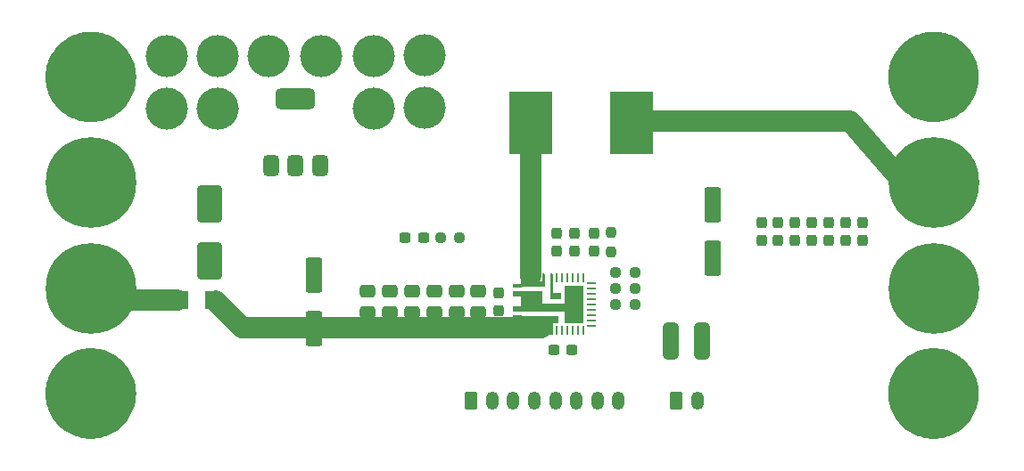
<source format=gbr>
%TF.GenerationSoftware,KiCad,Pcbnew,9.0.4*%
%TF.CreationDate,2025-09-17T13:52:31+02:00*%
%TF.ProjectId,switching_psu,73776974-6368-4696-9e67-5f7073752e6b,rev?*%
%TF.SameCoordinates,Original*%
%TF.FileFunction,Soldermask,Top*%
%TF.FilePolarity,Negative*%
%FSLAX46Y46*%
G04 Gerber Fmt 4.6, Leading zero omitted, Abs format (unit mm)*
G04 Created by KiCad (PCBNEW 9.0.4) date 2025-09-17 13:52:31*
%MOMM*%
%LPD*%
G01*
G04 APERTURE LIST*
G04 Aperture macros list*
%AMRoundRect*
0 Rectangle with rounded corners*
0 $1 Rounding radius*
0 $2 $3 $4 $5 $6 $7 $8 $9 X,Y pos of 4 corners*
0 Add a 4 corners polygon primitive as box body*
4,1,4,$2,$3,$4,$5,$6,$7,$8,$9,$2,$3,0*
0 Add four circle primitives for the rounded corners*
1,1,$1+$1,$2,$3*
1,1,$1+$1,$4,$5*
1,1,$1+$1,$6,$7*
1,1,$1+$1,$8,$9*
0 Add four rect primitives between the rounded corners*
20,1,$1+$1,$2,$3,$4,$5,0*
20,1,$1+$1,$4,$5,$6,$7,0*
20,1,$1+$1,$6,$7,$8,$9,0*
20,1,$1+$1,$8,$9,$2,$3,0*%
%AMFreePoly0*
4,1,23,0.000000,0.745722,0.065263,0.745722,0.191342,0.711940,0.304381,0.646677,0.396677,0.554381,0.461940,0.441342,0.495722,0.315263,0.495722,0.250000,0.500000,0.250000,0.500000,-0.250000,0.495722,-0.250000,0.495722,-0.315263,0.461940,-0.441342,0.396677,-0.554381,0.304381,-0.646677,0.191342,-0.711940,0.065263,-0.745722,0.000000,-0.745722,0.000000,-0.750000,-0.550000,-0.750000,
-0.550000,0.750000,0.000000,0.750000,0.000000,0.745722,0.000000,0.745722,$1*%
%AMFreePoly1*
4,1,23,0.550000,-0.750000,0.000000,-0.750000,0.000000,-0.745722,-0.065263,-0.745722,-0.191342,-0.711940,-0.304381,-0.646677,-0.396677,-0.554381,-0.461940,-0.441342,-0.495722,-0.315263,-0.495722,-0.250000,-0.500000,-0.250000,-0.500000,0.250000,-0.495722,0.250000,-0.495722,0.315263,-0.461940,0.441342,-0.396677,0.554381,-0.304381,0.646677,-0.191342,0.711940,-0.065263,0.745722,0.000000,0.745722,
0.000000,0.750000,0.550000,0.750000,0.550000,-0.750000,0.550000,-0.750000,$1*%
G04 Aperture macros list end*
%ADD10C,2.000000*%
%ADD11C,0.000000*%
%ADD12C,4.300000*%
%ADD13RoundRect,0.237500X0.250000X0.237500X-0.250000X0.237500X-0.250000X-0.237500X0.250000X-0.237500X0*%
%ADD14RoundRect,0.237500X-0.300000X-0.237500X0.300000X-0.237500X0.300000X0.237500X-0.300000X0.237500X0*%
%ADD15RoundRect,0.237500X-0.237500X0.300000X-0.237500X-0.300000X0.237500X-0.300000X0.237500X0.300000X0*%
%ADD16RoundRect,0.250000X-0.550000X1.412500X-0.550000X-1.412500X0.550000X-1.412500X0.550000X1.412500X0*%
%ADD17FreePoly0,270.000000*%
%ADD18R,1.500000X1.000000*%
%ADD19FreePoly1,270.000000*%
%ADD20RoundRect,0.250001X-0.462499X-0.624999X0.462499X-0.624999X0.462499X0.624999X-0.462499X0.624999X0*%
%ADD21RoundRect,0.250000X0.475000X-0.337500X0.475000X0.337500X-0.475000X0.337500X-0.475000X-0.337500X0*%
%ADD22R,0.508000X0.812800*%
%ADD23R,0.254000X0.812800*%
%ADD24R,0.812800X0.254000*%
%ADD25R,0.812800X0.304800*%
%ADD26R,0.812800X0.508000*%
%ADD27C,0.900000*%
%ADD28C,8.600000*%
%ADD29RoundRect,0.237500X0.237500X-0.300000X0.237500X0.300000X-0.237500X0.300000X-0.237500X-0.300000X0*%
%ADD30RoundRect,0.250000X0.550000X-1.412500X0.550000X1.412500X-0.550000X1.412500X-0.550000X-1.412500X0*%
%ADD31R,4.100000X6.000000*%
%ADD32RoundRect,0.375000X0.375000X-0.625000X0.375000X0.625000X-0.375000X0.625000X-0.375000X-0.625000X0*%
%ADD33RoundRect,0.500000X1.400000X-0.500000X1.400000X0.500000X-1.400000X0.500000X-1.400000X-0.500000X0*%
%ADD34RoundRect,0.250000X-0.350000X-0.625000X0.350000X-0.625000X0.350000X0.625000X-0.350000X0.625000X0*%
%ADD35O,1.200000X1.750000*%
%ADD36RoundRect,0.237500X0.237500X-0.250000X0.237500X0.250000X-0.237500X0.250000X-0.237500X-0.250000X0*%
%ADD37RoundRect,0.250000X0.900000X-1.500000X0.900000X1.500000X-0.900000X1.500000X-0.900000X-1.500000X0*%
%ADD38C,4.000000*%
%ADD39C,0.600000*%
G04 APERTURE END LIST*
D10*
X148000000Y-103616040D02*
X119616040Y-103616040D01*
X147000000Y-86500000D02*
X147000000Y-98760400D01*
X119600000Y-103600000D02*
X117100000Y-101100000D01*
X113500000Y-101000000D02*
X107800000Y-101000000D01*
X156500000Y-84000000D02*
X177350000Y-84000000D01*
X177350000Y-84000000D02*
X181650000Y-89000000D01*
%TO.C,JP1*%
G36*
X161035000Y-104151000D02*
G01*
X159535000Y-104151000D01*
X159535000Y-105651000D01*
X161035000Y-105651000D01*
X161035000Y-104151000D01*
G37*
%TO.C,JP2*%
G36*
X163992500Y-104150000D02*
G01*
X162492500Y-104150000D01*
X162492500Y-105650000D01*
X163992500Y-105650000D01*
X163992500Y-104150000D01*
G37*
D11*
%TO.C,U1*%
G36*
X149102154Y-100314040D02*
G01*
X149914954Y-100314040D01*
X149914954Y-100923640D01*
X148848154Y-100923640D01*
X148848154Y-98520800D01*
X149102154Y-98520800D01*
X149102154Y-100314040D01*
G37*
G36*
X152002834Y-103181700D02*
G01*
X150224834Y-103181700D01*
X150224834Y-102153000D01*
X145342954Y-102153000D01*
X145342954Y-101645000D01*
X146099874Y-101645000D01*
X146099874Y-100682340D01*
X145342954Y-100682340D01*
X145342954Y-100174340D01*
X148144574Y-100174340D01*
X148144574Y-101322420D01*
X150224834Y-101322420D01*
X150224834Y-99676500D01*
X152002834Y-99676500D01*
X152002834Y-103181700D01*
G37*
G36*
X149625394Y-103179160D02*
G01*
X149109774Y-103179160D01*
X149109774Y-104337400D01*
X148601774Y-104337400D01*
X148601774Y-103616040D01*
X147857554Y-103616040D01*
X147857554Y-104337400D01*
X147349554Y-104337400D01*
X147349554Y-103616040D01*
X146607874Y-103616040D01*
X146607874Y-104337400D01*
X146099874Y-104337400D01*
X146099874Y-102810860D01*
X145342954Y-102810860D01*
X145342954Y-102506060D01*
X149625394Y-102506060D01*
X149625394Y-103179160D01*
G37*
G36*
X146356414Y-99226920D02*
G01*
X146602794Y-99226920D01*
X146602794Y-98520800D01*
X146856794Y-98520800D01*
X146856794Y-99226920D01*
X147103174Y-99226920D01*
X147103174Y-98520800D01*
X147357174Y-98520800D01*
X147357174Y-99226920D01*
X147603554Y-99226920D01*
X147603554Y-98520800D01*
X147857554Y-98520800D01*
X147857554Y-99226920D01*
X148101394Y-99226920D01*
X148101394Y-98520800D01*
X148355394Y-98520800D01*
X148355394Y-99780640D01*
X145342954Y-99780640D01*
X145342954Y-99475840D01*
X146102414Y-99475840D01*
X146102414Y-98520800D01*
X146356414Y-98520800D01*
X146356414Y-99226920D01*
G37*
%TD*%
D12*
%TO.C,H8*%
X185249354Y-109899000D03*
%TD*%
%TO.C,H5*%
X105249354Y-79799000D03*
%TD*%
D13*
%TO.C,R1*%
X138450000Y-95100000D03*
X140275000Y-95100000D03*
%TD*%
D14*
%TO.C,C10*%
X136825000Y-95100000D03*
X135100000Y-95100000D03*
%TD*%
D15*
%TO.C,C12*%
X175300000Y-95362500D03*
X175300000Y-93637500D03*
%TD*%
%TO.C,C18*%
X176900000Y-95362500D03*
X176900000Y-93637500D03*
%TD*%
%TO.C,C16*%
X168900000Y-95362500D03*
X168900000Y-93637500D03*
%TD*%
%TO.C,C14*%
X172100000Y-95362500D03*
X172100000Y-93637500D03*
%TD*%
%TO.C,C17*%
X178500000Y-95362500D03*
X178500000Y-93637500D03*
%TD*%
D16*
%TO.C,C11*%
X164249354Y-91962500D03*
X164249354Y-97037500D03*
%TD*%
D15*
%TO.C,C13*%
X173700000Y-95362500D03*
X173700000Y-93637500D03*
%TD*%
%TO.C,C15*%
X170500000Y-95362500D03*
X170500000Y-93637500D03*
%TD*%
D17*
%TO.C,JP1*%
X160285000Y-106201000D03*
D18*
X160285000Y-104901000D03*
D19*
X160285000Y-103601000D03*
%TD*%
D17*
%TO.C,JP2*%
X163242500Y-106200000D03*
D18*
X163242500Y-104900000D03*
D19*
X163242500Y-103600000D03*
%TD*%
D20*
%TO.C,F1*%
X116787500Y-101000000D03*
X113812500Y-101000000D03*
%TD*%
D21*
%TO.C,C4*%
X133649354Y-102236500D03*
X133649354Y-100161500D03*
%TD*%
D22*
%TO.C,U1*%
X146353874Y-103931000D03*
X147603554Y-103931000D03*
X148855774Y-103931000D03*
D23*
X149475534Y-103931000D03*
X149973374Y-103931000D03*
X150473754Y-103931000D03*
X150974134Y-103931000D03*
X151474514Y-103931000D03*
X151974894Y-103931000D03*
D24*
X152759754Y-103428080D03*
X152759754Y-102930240D03*
X152759754Y-102429860D03*
X152759754Y-101929480D03*
X152759754Y-101429100D03*
X152759754Y-100928720D03*
X152759754Y-100428340D03*
X152759754Y-99927960D03*
X152759754Y-99430120D03*
D23*
X151974894Y-98927200D03*
X151474514Y-98927200D03*
X150974134Y-98927200D03*
X150473754Y-98927200D03*
X149973374Y-98927200D03*
X149475534Y-98927200D03*
X148975154Y-98927200D03*
X148228394Y-98927200D03*
X147730554Y-98927200D03*
X147230174Y-98927200D03*
X146729794Y-98927200D03*
X146229414Y-98927200D03*
D25*
X145749354Y-99628240D03*
D26*
X145749354Y-100428340D03*
X145749354Y-101899000D03*
D25*
X145749354Y-102658460D03*
%TD*%
D21*
%TO.C,C6*%
X137849354Y-102236500D03*
X137849354Y-100161500D03*
%TD*%
%TO.C,C5*%
X135749354Y-102236500D03*
X135749354Y-100161500D03*
%TD*%
D13*
%TO.C,R5*%
X156874354Y-98399000D03*
X155049354Y-98399000D03*
%TD*%
D12*
%TO.C,H6*%
X185249354Y-79799000D03*
%TD*%
D27*
%TO.C,H1*%
X102024354Y-99900000D03*
X102968935Y-97619581D03*
X102968935Y-102180419D03*
X105249354Y-96675000D03*
D28*
X105249354Y-99900000D03*
D27*
X105249354Y-103125000D03*
X107529773Y-97619581D03*
X107529773Y-102180419D03*
X108474354Y-99900000D03*
%TD*%
%TO.C,H3*%
X182024354Y-89799000D03*
X182968935Y-87518581D03*
X182968935Y-92079419D03*
X185249354Y-86574000D03*
D28*
X185249354Y-89799000D03*
D27*
X185249354Y-93024000D03*
X187529773Y-87518581D03*
X187529773Y-92079419D03*
X188474354Y-89799000D03*
%TD*%
D13*
%TO.C,R3*%
X156874354Y-101399000D03*
X155049354Y-101399000D03*
%TD*%
D12*
%TO.C,H7*%
X105249354Y-109899000D03*
%TD*%
D27*
%TO.C,H4*%
X182024354Y-99899000D03*
X182968935Y-97618581D03*
X182968935Y-102179419D03*
X185249354Y-96674000D03*
D28*
X185249354Y-99899000D03*
D27*
X185249354Y-103124000D03*
X187529773Y-97618581D03*
X187529773Y-102179419D03*
X188474354Y-99899000D03*
%TD*%
D14*
%TO.C,C1*%
X149192054Y-105730120D03*
X150917054Y-105730120D03*
%TD*%
D29*
%TO.C,C2*%
X143949354Y-102061500D03*
X143949354Y-100336500D03*
%TD*%
D15*
%TO.C,C19*%
X153049354Y-94636500D03*
X153049354Y-96361500D03*
%TD*%
D13*
%TO.C,R4*%
X156874354Y-99899000D03*
X155049354Y-99899000D03*
%TD*%
D30*
%TO.C,C9*%
X126449354Y-103736500D03*
X126449354Y-98661500D03*
%TD*%
D27*
%TO.C,H2*%
X102024354Y-89799000D03*
X102968935Y-87518581D03*
X102968935Y-92079419D03*
X105249354Y-86574000D03*
D28*
X105249354Y-89799000D03*
D27*
X105249354Y-93024000D03*
X107529773Y-87518581D03*
X107529773Y-92079419D03*
X108474354Y-89799000D03*
%TD*%
D15*
%TO.C,C21*%
X149449354Y-94636500D03*
X149449354Y-96361500D03*
%TD*%
D21*
%TO.C,C8*%
X142039354Y-102236500D03*
X142039354Y-100161500D03*
%TD*%
D31*
%TO.C,L1*%
X147050000Y-84200000D03*
X156550000Y-84200000D03*
%TD*%
D32*
%TO.C,U3*%
X122400000Y-88212500D03*
X124700000Y-88212500D03*
D33*
X124700000Y-81912500D03*
D32*
X127000000Y-88212500D03*
%TD*%
D21*
%TO.C,C7*%
X139949354Y-102236500D03*
X139949354Y-100161500D03*
%TD*%
D34*
%TO.C,J2*%
X160849354Y-110599000D03*
D35*
X162849354Y-110599000D03*
%TD*%
D15*
%TO.C,C20*%
X151149354Y-94636500D03*
X151149354Y-96361500D03*
%TD*%
D36*
%TO.C,R2*%
X154649354Y-96411500D03*
X154649354Y-94586500D03*
%TD*%
D34*
%TO.C,J1*%
X141349354Y-110599000D03*
D35*
X143349354Y-110599000D03*
X145349354Y-110599000D03*
X147349354Y-110599000D03*
X149349354Y-110599000D03*
X151349354Y-110599000D03*
X153349354Y-110599000D03*
X155349354Y-110599000D03*
%TD*%
D21*
%TO.C,C3*%
X131549354Y-102236500D03*
X131549354Y-100161500D03*
%TD*%
D37*
%TO.C,D1*%
X116500000Y-97300000D03*
X116500000Y-91900000D03*
%TD*%
D38*
X136950646Y-82749646D03*
X136950646Y-77749646D03*
X112500646Y-77800000D03*
X112500646Y-82800000D03*
D39*
X150650000Y-100030000D03*
X146800000Y-100470000D03*
X146800000Y-101850000D03*
X151550000Y-101410000D03*
X149650000Y-101750000D03*
X151550000Y-102130000D03*
X147700000Y-101850000D03*
X151550000Y-100710000D03*
X151550000Y-102830000D03*
X150650000Y-100710000D03*
X148750000Y-101750000D03*
X147700000Y-101150000D03*
X146800000Y-101150000D03*
X150650000Y-102130000D03*
X150650000Y-102830000D03*
X150650000Y-101410000D03*
X151550000Y-100030000D03*
X147700000Y-100470000D03*
D38*
X132100000Y-82799000D03*
X117300000Y-77799000D03*
X127100000Y-77799000D03*
X132100000Y-77799000D03*
X122100000Y-77799000D03*
X117300000Y-82799000D03*
G36*
X105431689Y-105602924D02*
G01*
X105437020Y-105603153D01*
X105616389Y-105614748D01*
X105621705Y-105615207D01*
X105800380Y-105634505D01*
X105805672Y-105635192D01*
X105983361Y-105662160D01*
X105988618Y-105663074D01*
X106164973Y-105697660D01*
X106170186Y-105698799D01*
X106344916Y-105740947D01*
X106350075Y-105742310D01*
X106522794Y-105791926D01*
X106527890Y-105793509D01*
X106698346Y-105850520D01*
X106703369Y-105852321D01*
X106871194Y-105916605D01*
X106876134Y-105918621D01*
X107041055Y-105990073D01*
X107045905Y-105992299D01*
X107207577Y-106070769D01*
X107212326Y-106073201D01*
X107370474Y-106158555D01*
X107375114Y-106161190D01*
X107529461Y-106253279D01*
X107533984Y-106256111D01*
X107684229Y-106354758D01*
X107688625Y-106357782D01*
X107834470Y-106462789D01*
X107838732Y-106465999D01*
X107979939Y-106577194D01*
X107984059Y-106580585D01*
X108120334Y-106697737D01*
X108124306Y-106701302D01*
X108255429Y-106824224D01*
X108259241Y-106827956D01*
X108384942Y-106956390D01*
X108388592Y-106960283D01*
X108508667Y-107094025D01*
X108512145Y-107098071D01*
X108626342Y-107236839D01*
X108629644Y-107241032D01*
X108737776Y-107384601D01*
X108740893Y-107388931D01*
X108842730Y-107536990D01*
X108845659Y-107541451D01*
X108941054Y-107693791D01*
X108943788Y-107698373D01*
X109032526Y-107854650D01*
X109035060Y-107859345D01*
X109117000Y-108019309D01*
X109119330Y-108024110D01*
X109194300Y-108187424D01*
X109196422Y-108192321D01*
X109264316Y-108358761D01*
X109266224Y-108363743D01*
X109326878Y-108532898D01*
X109328571Y-108537959D01*
X109381899Y-108709597D01*
X109383372Y-108714725D01*
X109429265Y-108888492D01*
X109430516Y-108893679D01*
X109468891Y-109069254D01*
X109469918Y-109074491D01*
X109500701Y-109251546D01*
X109501502Y-109256821D01*
X109524642Y-109435058D01*
X109525215Y-109440363D01*
X109540666Y-109619427D01*
X109541010Y-109624753D01*
X109548741Y-109804297D01*
X109548856Y-109809631D01*
X109548856Y-109989364D01*
X109548741Y-109994698D01*
X109541010Y-110174242D01*
X109540666Y-110179568D01*
X109525215Y-110358632D01*
X109524642Y-110363937D01*
X109501502Y-110542174D01*
X109500701Y-110547449D01*
X109469918Y-110724504D01*
X109468891Y-110729741D01*
X109430516Y-110905316D01*
X109429265Y-110910503D01*
X109383372Y-111084270D01*
X109381899Y-111089398D01*
X109328571Y-111261036D01*
X109326878Y-111266097D01*
X109266224Y-111435252D01*
X109264316Y-111440234D01*
X109196422Y-111606674D01*
X109194300Y-111611571D01*
X109119330Y-111774885D01*
X109117000Y-111779686D01*
X109035060Y-111939650D01*
X109032526Y-111944345D01*
X108943788Y-112100622D01*
X108941054Y-112105204D01*
X108845659Y-112257544D01*
X108842730Y-112262005D01*
X108740893Y-112410064D01*
X108737776Y-112414394D01*
X108629644Y-112557963D01*
X108626342Y-112562156D01*
X108512145Y-112700924D01*
X108508667Y-112704970D01*
X108388592Y-112838712D01*
X108384942Y-112842605D01*
X108259241Y-112971039D01*
X108255429Y-112974771D01*
X108124306Y-113097693D01*
X108120334Y-113101258D01*
X107984059Y-113218410D01*
X107979939Y-113221801D01*
X107838732Y-113332996D01*
X107834470Y-113336206D01*
X107688625Y-113441213D01*
X107684229Y-113444237D01*
X107533984Y-113542884D01*
X107529461Y-113545716D01*
X107375114Y-113637805D01*
X107370474Y-113640440D01*
X107212326Y-113725794D01*
X107207577Y-113728226D01*
X107045905Y-113806696D01*
X107041055Y-113808922D01*
X106876134Y-113880374D01*
X106871194Y-113882390D01*
X106703369Y-113946674D01*
X106698346Y-113948475D01*
X106527890Y-114005486D01*
X106522794Y-114007069D01*
X106350075Y-114056685D01*
X106344916Y-114058048D01*
X106170186Y-114100196D01*
X106164973Y-114101335D01*
X105988618Y-114135921D01*
X105983361Y-114136835D01*
X105805672Y-114163803D01*
X105800380Y-114164490D01*
X105621705Y-114183788D01*
X105616389Y-114184247D01*
X105437020Y-114195842D01*
X105431689Y-114196071D01*
X105252022Y-114199938D01*
X105246686Y-114199938D01*
X105067018Y-114196071D01*
X105061687Y-114195842D01*
X104882318Y-114184247D01*
X104877002Y-114183788D01*
X104698327Y-114164490D01*
X104693035Y-114163803D01*
X104515346Y-114136835D01*
X104510089Y-114135921D01*
X104333734Y-114101335D01*
X104328521Y-114100196D01*
X104153791Y-114058048D01*
X104148632Y-114056685D01*
X103975913Y-114007069D01*
X103970817Y-114005486D01*
X103800361Y-113948475D01*
X103795338Y-113946674D01*
X103627513Y-113882390D01*
X103622573Y-113880374D01*
X103457652Y-113808922D01*
X103452802Y-113806696D01*
X103291130Y-113728226D01*
X103286381Y-113725794D01*
X103128233Y-113640440D01*
X103123593Y-113637805D01*
X102969246Y-113545716D01*
X102964723Y-113542884D01*
X102814478Y-113444237D01*
X102810082Y-113441213D01*
X102664237Y-113336206D01*
X102659975Y-113332996D01*
X102518768Y-113221801D01*
X102514648Y-113218410D01*
X102378373Y-113101258D01*
X102374401Y-113097693D01*
X102243278Y-112974771D01*
X102239466Y-112971039D01*
X102113765Y-112842605D01*
X102110115Y-112838712D01*
X101990040Y-112704970D01*
X101986562Y-112700924D01*
X101872365Y-112562156D01*
X101869063Y-112557963D01*
X101760931Y-112414394D01*
X101757814Y-112410064D01*
X101655977Y-112262005D01*
X101653048Y-112257544D01*
X101557653Y-112105204D01*
X101554919Y-112100622D01*
X101466181Y-111944345D01*
X101463647Y-111939650D01*
X101381707Y-111779686D01*
X101379377Y-111774885D01*
X101304407Y-111611571D01*
X101302285Y-111606674D01*
X101234391Y-111440234D01*
X101232483Y-111435252D01*
X101171829Y-111266097D01*
X101170136Y-111261036D01*
X101116808Y-111089398D01*
X101115335Y-111084270D01*
X101069442Y-110910503D01*
X101068191Y-110905316D01*
X101029816Y-110729741D01*
X101028789Y-110724504D01*
X100998006Y-110547449D01*
X100997205Y-110542174D01*
X100974065Y-110363937D01*
X100973492Y-110358632D01*
X100958041Y-110179568D01*
X100957697Y-110174242D01*
X100949952Y-109994360D01*
X100949839Y-109989694D01*
X100949357Y-109900166D01*
X100949357Y-109898830D01*
X100949839Y-109809301D01*
X100949952Y-109804635D01*
X100957697Y-109624753D01*
X100958041Y-109619427D01*
X100973492Y-109440363D01*
X100974065Y-109435058D01*
X100997205Y-109256821D01*
X100998006Y-109251546D01*
X101028789Y-109074491D01*
X101029816Y-109069254D01*
X101068191Y-108893679D01*
X101069442Y-108888492D01*
X101115335Y-108714725D01*
X101116808Y-108709597D01*
X101170136Y-108537959D01*
X101171829Y-108532898D01*
X101232483Y-108363743D01*
X101234391Y-108358761D01*
X101302285Y-108192321D01*
X101304407Y-108187424D01*
X101379377Y-108024110D01*
X101381707Y-108019309D01*
X101463647Y-107859345D01*
X101466181Y-107854650D01*
X101554919Y-107698373D01*
X101557653Y-107693791D01*
X101653048Y-107541451D01*
X101655977Y-107536990D01*
X101757814Y-107388931D01*
X101760931Y-107384601D01*
X101869063Y-107241032D01*
X101872365Y-107236839D01*
X101986562Y-107098071D01*
X101990040Y-107094025D01*
X102110115Y-106960283D01*
X102113765Y-106956390D01*
X102239466Y-106827956D01*
X102243278Y-106824224D01*
X102374401Y-106701302D01*
X102378373Y-106697737D01*
X102514648Y-106580585D01*
X102518768Y-106577194D01*
X102659975Y-106465999D01*
X102664237Y-106462789D01*
X102810082Y-106357782D01*
X102814478Y-106354758D01*
X102964723Y-106256111D01*
X102969246Y-106253279D01*
X103123593Y-106161190D01*
X103128233Y-106158555D01*
X103286381Y-106073201D01*
X103291130Y-106070769D01*
X103452802Y-105992299D01*
X103457652Y-105990073D01*
X103622573Y-105918621D01*
X103627513Y-105916605D01*
X103795338Y-105852321D01*
X103800361Y-105850520D01*
X103970817Y-105793509D01*
X103975913Y-105791926D01*
X104148632Y-105742310D01*
X104153791Y-105740947D01*
X104328521Y-105698799D01*
X104333734Y-105697660D01*
X104510089Y-105663074D01*
X104515346Y-105662160D01*
X104693035Y-105635192D01*
X104698327Y-105634505D01*
X104877002Y-105615207D01*
X104882318Y-105614748D01*
X105061687Y-105603153D01*
X105067018Y-105602924D01*
X105246686Y-105599057D01*
X105252022Y-105599057D01*
X105431689Y-105602924D01*
G37*
G36*
X185431689Y-105601928D02*
G01*
X185437020Y-105602157D01*
X185616389Y-105613752D01*
X185621705Y-105614211D01*
X185800380Y-105633509D01*
X185805672Y-105634196D01*
X185983361Y-105661164D01*
X185988618Y-105662078D01*
X186164973Y-105696664D01*
X186170186Y-105697803D01*
X186344916Y-105739951D01*
X186350075Y-105741314D01*
X186522794Y-105790930D01*
X186527890Y-105792513D01*
X186698346Y-105849524D01*
X186703369Y-105851325D01*
X186871194Y-105915609D01*
X186876134Y-105917625D01*
X187041055Y-105989077D01*
X187045905Y-105991303D01*
X187207577Y-106069773D01*
X187212326Y-106072205D01*
X187370474Y-106157559D01*
X187375114Y-106160194D01*
X187529461Y-106252283D01*
X187533984Y-106255115D01*
X187684229Y-106353762D01*
X187688625Y-106356786D01*
X187834470Y-106461793D01*
X187838732Y-106465003D01*
X187979939Y-106576198D01*
X187984059Y-106579589D01*
X188120334Y-106696741D01*
X188124306Y-106700306D01*
X188255429Y-106823228D01*
X188259241Y-106826960D01*
X188384942Y-106955394D01*
X188388592Y-106959287D01*
X188508667Y-107093029D01*
X188512145Y-107097075D01*
X188626342Y-107235843D01*
X188629644Y-107240036D01*
X188737776Y-107383605D01*
X188740893Y-107387935D01*
X188842730Y-107535994D01*
X188845659Y-107540455D01*
X188941054Y-107692795D01*
X188943788Y-107697377D01*
X189032526Y-107853654D01*
X189035060Y-107858349D01*
X189117000Y-108018313D01*
X189119330Y-108023114D01*
X189194300Y-108186428D01*
X189196422Y-108191325D01*
X189264316Y-108357765D01*
X189266224Y-108362747D01*
X189326878Y-108531902D01*
X189328571Y-108536963D01*
X189381899Y-108708601D01*
X189383372Y-108713729D01*
X189429265Y-108887496D01*
X189430516Y-108892683D01*
X189468891Y-109068258D01*
X189469918Y-109073495D01*
X189500701Y-109250550D01*
X189501502Y-109255825D01*
X189524642Y-109434062D01*
X189525215Y-109439367D01*
X189540666Y-109618431D01*
X189541010Y-109623757D01*
X189548741Y-109803301D01*
X189548856Y-109808635D01*
X189548856Y-109988368D01*
X189548741Y-109993702D01*
X189541010Y-110173246D01*
X189540666Y-110178572D01*
X189525215Y-110357636D01*
X189524642Y-110362941D01*
X189501502Y-110541178D01*
X189500701Y-110546453D01*
X189469918Y-110723508D01*
X189468891Y-110728745D01*
X189430516Y-110904320D01*
X189429265Y-110909507D01*
X189383372Y-111083274D01*
X189381899Y-111088402D01*
X189328571Y-111260040D01*
X189326878Y-111265101D01*
X189266224Y-111434256D01*
X189264316Y-111439238D01*
X189196422Y-111605678D01*
X189194300Y-111610575D01*
X189119330Y-111773889D01*
X189117000Y-111778690D01*
X189035060Y-111938654D01*
X189032526Y-111943349D01*
X188943788Y-112099626D01*
X188941054Y-112104208D01*
X188845659Y-112256548D01*
X188842730Y-112261009D01*
X188740893Y-112409068D01*
X188737776Y-112413398D01*
X188629644Y-112556967D01*
X188626342Y-112561160D01*
X188512145Y-112699928D01*
X188508667Y-112703974D01*
X188388592Y-112837716D01*
X188384942Y-112841609D01*
X188259241Y-112970043D01*
X188255429Y-112973775D01*
X188124306Y-113096697D01*
X188120334Y-113100262D01*
X187984059Y-113217414D01*
X187979939Y-113220805D01*
X187838732Y-113332000D01*
X187834470Y-113335210D01*
X187688625Y-113440217D01*
X187684229Y-113443241D01*
X187533984Y-113541888D01*
X187529461Y-113544720D01*
X187375114Y-113636809D01*
X187370474Y-113639444D01*
X187212326Y-113724798D01*
X187207577Y-113727230D01*
X187045905Y-113805700D01*
X187041055Y-113807926D01*
X186876134Y-113879378D01*
X186871194Y-113881394D01*
X186703369Y-113945678D01*
X186698346Y-113947479D01*
X186527890Y-114004490D01*
X186522794Y-114006073D01*
X186350075Y-114055689D01*
X186344916Y-114057052D01*
X186170186Y-114099200D01*
X186164973Y-114100339D01*
X185988618Y-114134925D01*
X185983361Y-114135839D01*
X185805672Y-114162807D01*
X185800380Y-114163494D01*
X185621705Y-114182792D01*
X185616389Y-114183251D01*
X185437020Y-114194846D01*
X185431689Y-114195075D01*
X185252022Y-114198942D01*
X185246686Y-114198942D01*
X185067018Y-114195075D01*
X185061687Y-114194846D01*
X184882318Y-114183251D01*
X184877002Y-114182792D01*
X184698327Y-114163494D01*
X184693035Y-114162807D01*
X184515346Y-114135839D01*
X184510089Y-114134925D01*
X184333734Y-114100339D01*
X184328521Y-114099200D01*
X184153791Y-114057052D01*
X184148632Y-114055689D01*
X183975913Y-114006073D01*
X183970817Y-114004490D01*
X183800361Y-113947479D01*
X183795338Y-113945678D01*
X183627513Y-113881394D01*
X183622573Y-113879378D01*
X183457652Y-113807926D01*
X183452802Y-113805700D01*
X183291130Y-113727230D01*
X183286381Y-113724798D01*
X183128233Y-113639444D01*
X183123593Y-113636809D01*
X182969246Y-113544720D01*
X182964723Y-113541888D01*
X182814478Y-113443241D01*
X182810082Y-113440217D01*
X182664237Y-113335210D01*
X182659975Y-113332000D01*
X182518768Y-113220805D01*
X182514648Y-113217414D01*
X182378373Y-113100262D01*
X182374401Y-113096697D01*
X182243278Y-112973775D01*
X182239466Y-112970043D01*
X182113765Y-112841609D01*
X182110115Y-112837716D01*
X181990040Y-112703974D01*
X181986562Y-112699928D01*
X181872365Y-112561160D01*
X181869063Y-112556967D01*
X181760931Y-112413398D01*
X181757814Y-112409068D01*
X181655977Y-112261009D01*
X181653048Y-112256548D01*
X181557653Y-112104208D01*
X181554919Y-112099626D01*
X181466181Y-111943349D01*
X181463647Y-111938654D01*
X181381707Y-111778690D01*
X181379377Y-111773889D01*
X181304407Y-111610575D01*
X181302285Y-111605678D01*
X181234391Y-111439238D01*
X181232483Y-111434256D01*
X181171829Y-111265101D01*
X181170136Y-111260040D01*
X181116808Y-111088402D01*
X181115335Y-111083274D01*
X181069442Y-110909507D01*
X181068191Y-110904320D01*
X181029816Y-110728745D01*
X181028789Y-110723508D01*
X180998006Y-110546453D01*
X180997205Y-110541178D01*
X180974065Y-110362941D01*
X180973492Y-110357636D01*
X180958041Y-110178572D01*
X180957697Y-110173246D01*
X180949952Y-109993364D01*
X180949839Y-109988698D01*
X180949357Y-109899170D01*
X180949357Y-109897834D01*
X180949839Y-109808305D01*
X180949952Y-109803639D01*
X180957697Y-109623757D01*
X180958041Y-109618431D01*
X180973492Y-109439367D01*
X180974065Y-109434062D01*
X180997205Y-109255825D01*
X180998006Y-109250550D01*
X181028789Y-109073495D01*
X181029816Y-109068258D01*
X181068191Y-108892683D01*
X181069442Y-108887496D01*
X181115335Y-108713729D01*
X181116808Y-108708601D01*
X181170136Y-108536963D01*
X181171829Y-108531902D01*
X181232483Y-108362747D01*
X181234391Y-108357765D01*
X181302285Y-108191325D01*
X181304407Y-108186428D01*
X181379377Y-108023114D01*
X181381707Y-108018313D01*
X181463647Y-107858349D01*
X181466181Y-107853654D01*
X181554919Y-107697377D01*
X181557653Y-107692795D01*
X181653048Y-107540455D01*
X181655977Y-107535994D01*
X181757814Y-107387935D01*
X181760931Y-107383605D01*
X181869063Y-107240036D01*
X181872365Y-107235843D01*
X181986562Y-107097075D01*
X181990040Y-107093029D01*
X182110115Y-106959287D01*
X182113765Y-106955394D01*
X182239466Y-106826960D01*
X182243278Y-106823228D01*
X182374401Y-106700306D01*
X182378373Y-106696741D01*
X182514648Y-106579589D01*
X182518768Y-106576198D01*
X182659975Y-106465003D01*
X182664237Y-106461793D01*
X182810082Y-106356786D01*
X182814478Y-106353762D01*
X182964723Y-106255115D01*
X182969246Y-106252283D01*
X183123593Y-106160194D01*
X183128233Y-106157559D01*
X183286381Y-106072205D01*
X183291130Y-106069773D01*
X183452802Y-105991303D01*
X183457652Y-105989077D01*
X183622573Y-105917625D01*
X183627513Y-105915609D01*
X183795338Y-105851325D01*
X183800361Y-105849524D01*
X183970817Y-105792513D01*
X183975913Y-105790930D01*
X184148632Y-105741314D01*
X184153791Y-105739951D01*
X184328521Y-105697803D01*
X184333734Y-105696664D01*
X184510089Y-105662078D01*
X184515346Y-105661164D01*
X184693035Y-105634196D01*
X184698327Y-105633509D01*
X184877002Y-105614211D01*
X184882318Y-105613752D01*
X185061687Y-105602157D01*
X185067018Y-105601928D01*
X185246686Y-105598061D01*
X185252022Y-105598061D01*
X185431689Y-105601928D01*
G37*
G36*
X185431921Y-75494343D02*
G01*
X185437252Y-75494572D01*
X185616621Y-75506167D01*
X185621937Y-75506626D01*
X185800612Y-75525924D01*
X185805904Y-75526611D01*
X185983593Y-75553579D01*
X185988850Y-75554493D01*
X186165205Y-75589079D01*
X186170418Y-75590218D01*
X186345148Y-75632366D01*
X186350307Y-75633729D01*
X186523026Y-75683345D01*
X186528122Y-75684928D01*
X186698578Y-75741939D01*
X186703601Y-75743740D01*
X186871426Y-75808024D01*
X186876366Y-75810040D01*
X187041287Y-75881492D01*
X187046137Y-75883718D01*
X187207809Y-75962188D01*
X187212558Y-75964620D01*
X187370706Y-76049974D01*
X187375346Y-76052609D01*
X187529693Y-76144698D01*
X187534216Y-76147530D01*
X187684461Y-76246177D01*
X187688857Y-76249201D01*
X187834702Y-76354208D01*
X187838964Y-76357418D01*
X187980171Y-76468613D01*
X187984291Y-76472004D01*
X188120566Y-76589156D01*
X188124538Y-76592721D01*
X188255661Y-76715643D01*
X188259473Y-76719375D01*
X188385174Y-76847809D01*
X188388824Y-76851702D01*
X188508899Y-76985444D01*
X188512377Y-76989490D01*
X188626574Y-77128258D01*
X188629876Y-77132451D01*
X188738008Y-77276020D01*
X188741125Y-77280350D01*
X188842962Y-77428409D01*
X188845891Y-77432870D01*
X188941286Y-77585210D01*
X188944020Y-77589792D01*
X189032758Y-77746069D01*
X189035292Y-77750764D01*
X189117232Y-77910728D01*
X189119562Y-77915529D01*
X189194532Y-78078843D01*
X189196654Y-78083740D01*
X189264548Y-78250180D01*
X189266456Y-78255162D01*
X189327110Y-78424317D01*
X189328803Y-78429378D01*
X189382131Y-78601016D01*
X189383604Y-78606144D01*
X189429497Y-78779911D01*
X189430748Y-78785098D01*
X189469123Y-78960673D01*
X189470150Y-78965910D01*
X189500933Y-79142965D01*
X189501734Y-79148240D01*
X189524874Y-79326477D01*
X189525447Y-79331782D01*
X189540898Y-79510846D01*
X189541242Y-79516172D01*
X189548973Y-79695716D01*
X189549088Y-79701050D01*
X189549088Y-79880783D01*
X189548973Y-79886117D01*
X189541242Y-80065661D01*
X189540898Y-80070987D01*
X189525447Y-80250051D01*
X189524874Y-80255356D01*
X189501734Y-80433593D01*
X189500933Y-80438868D01*
X189470150Y-80615923D01*
X189469123Y-80621160D01*
X189430748Y-80796735D01*
X189429497Y-80801922D01*
X189383604Y-80975689D01*
X189382131Y-80980817D01*
X189328803Y-81152455D01*
X189327110Y-81157516D01*
X189266456Y-81326671D01*
X189264548Y-81331653D01*
X189196654Y-81498093D01*
X189194532Y-81502990D01*
X189119562Y-81666304D01*
X189117232Y-81671105D01*
X189035292Y-81831069D01*
X189032758Y-81835764D01*
X188944020Y-81992041D01*
X188941286Y-81996623D01*
X188845891Y-82148963D01*
X188842962Y-82153424D01*
X188741125Y-82301483D01*
X188738008Y-82305813D01*
X188629876Y-82449382D01*
X188626574Y-82453575D01*
X188512377Y-82592343D01*
X188508899Y-82596389D01*
X188388824Y-82730131D01*
X188385174Y-82734024D01*
X188259473Y-82862458D01*
X188255661Y-82866190D01*
X188124538Y-82989112D01*
X188120566Y-82992677D01*
X187984291Y-83109829D01*
X187980171Y-83113220D01*
X187838964Y-83224415D01*
X187834702Y-83227625D01*
X187688857Y-83332632D01*
X187684461Y-83335656D01*
X187534216Y-83434303D01*
X187529693Y-83437135D01*
X187375346Y-83529224D01*
X187370706Y-83531859D01*
X187212558Y-83617213D01*
X187207809Y-83619645D01*
X187046137Y-83698115D01*
X187041287Y-83700341D01*
X186876366Y-83771793D01*
X186871426Y-83773809D01*
X186703601Y-83838093D01*
X186698578Y-83839894D01*
X186528122Y-83896905D01*
X186523026Y-83898488D01*
X186350307Y-83948104D01*
X186345148Y-83949467D01*
X186170418Y-83991615D01*
X186165205Y-83992754D01*
X185988850Y-84027340D01*
X185983593Y-84028254D01*
X185805904Y-84055222D01*
X185800612Y-84055909D01*
X185621937Y-84075207D01*
X185616621Y-84075666D01*
X185437252Y-84087261D01*
X185431921Y-84087490D01*
X185252254Y-84091357D01*
X185246918Y-84091357D01*
X185067250Y-84087490D01*
X185061919Y-84087261D01*
X184882550Y-84075666D01*
X184877234Y-84075207D01*
X184698559Y-84055909D01*
X184693267Y-84055222D01*
X184515578Y-84028254D01*
X184510321Y-84027340D01*
X184333966Y-83992754D01*
X184328753Y-83991615D01*
X184154023Y-83949467D01*
X184148864Y-83948104D01*
X183976145Y-83898488D01*
X183971049Y-83896905D01*
X183800593Y-83839894D01*
X183795570Y-83838093D01*
X183627745Y-83773809D01*
X183622805Y-83771793D01*
X183457884Y-83700341D01*
X183453034Y-83698115D01*
X183291362Y-83619645D01*
X183286613Y-83617213D01*
X183128465Y-83531859D01*
X183123825Y-83529224D01*
X182969478Y-83437135D01*
X182964955Y-83434303D01*
X182814710Y-83335656D01*
X182810314Y-83332632D01*
X182664469Y-83227625D01*
X182660207Y-83224415D01*
X182519000Y-83113220D01*
X182514880Y-83109829D01*
X182378605Y-82992677D01*
X182374633Y-82989112D01*
X182243510Y-82866190D01*
X182239698Y-82862458D01*
X182113997Y-82734024D01*
X182110347Y-82730131D01*
X181990272Y-82596389D01*
X181986794Y-82592343D01*
X181872597Y-82453575D01*
X181869295Y-82449382D01*
X181761163Y-82305813D01*
X181758046Y-82301483D01*
X181656209Y-82153424D01*
X181653280Y-82148963D01*
X181557885Y-81996623D01*
X181555151Y-81992041D01*
X181466413Y-81835764D01*
X181463879Y-81831069D01*
X181381939Y-81671105D01*
X181379609Y-81666304D01*
X181304639Y-81502990D01*
X181302517Y-81498093D01*
X181234623Y-81331653D01*
X181232715Y-81326671D01*
X181172061Y-81157516D01*
X181170368Y-81152455D01*
X181117040Y-80980817D01*
X181115567Y-80975689D01*
X181069674Y-80801922D01*
X181068423Y-80796735D01*
X181030048Y-80621160D01*
X181029021Y-80615923D01*
X180998238Y-80438868D01*
X180997437Y-80433593D01*
X180974297Y-80255356D01*
X180973724Y-80250051D01*
X180958273Y-80070987D01*
X180957929Y-80065661D01*
X180950184Y-79885779D01*
X180950071Y-79881113D01*
X180949589Y-79791585D01*
X180949589Y-79790249D01*
X180950071Y-79700720D01*
X180950184Y-79696054D01*
X180957929Y-79516172D01*
X180958273Y-79510846D01*
X180973724Y-79331782D01*
X180974297Y-79326477D01*
X180997437Y-79148240D01*
X180998238Y-79142965D01*
X181029021Y-78965910D01*
X181030048Y-78960673D01*
X181068423Y-78785098D01*
X181069674Y-78779911D01*
X181115567Y-78606144D01*
X181117040Y-78601016D01*
X181170368Y-78429378D01*
X181172061Y-78424317D01*
X181232715Y-78255162D01*
X181234623Y-78250180D01*
X181302517Y-78083740D01*
X181304639Y-78078843D01*
X181379609Y-77915529D01*
X181381939Y-77910728D01*
X181463879Y-77750764D01*
X181466413Y-77746069D01*
X181555151Y-77589792D01*
X181557885Y-77585210D01*
X181653280Y-77432870D01*
X181656209Y-77428409D01*
X181758046Y-77280350D01*
X181761163Y-77276020D01*
X181869295Y-77132451D01*
X181872597Y-77128258D01*
X181986794Y-76989490D01*
X181990272Y-76985444D01*
X182110347Y-76851702D01*
X182113997Y-76847809D01*
X182239698Y-76719375D01*
X182243510Y-76715643D01*
X182374633Y-76592721D01*
X182378605Y-76589156D01*
X182514880Y-76472004D01*
X182519000Y-76468613D01*
X182660207Y-76357418D01*
X182664469Y-76354208D01*
X182810314Y-76249201D01*
X182814710Y-76246177D01*
X182964955Y-76147530D01*
X182969478Y-76144698D01*
X183123825Y-76052609D01*
X183128465Y-76049974D01*
X183286613Y-75964620D01*
X183291362Y-75962188D01*
X183453034Y-75883718D01*
X183457884Y-75881492D01*
X183622805Y-75810040D01*
X183627745Y-75808024D01*
X183795570Y-75743740D01*
X183800593Y-75741939D01*
X183971049Y-75684928D01*
X183976145Y-75683345D01*
X184148864Y-75633729D01*
X184154023Y-75632366D01*
X184328753Y-75590218D01*
X184333966Y-75589079D01*
X184510321Y-75554493D01*
X184515578Y-75553579D01*
X184693267Y-75526611D01*
X184698559Y-75525924D01*
X184877234Y-75506626D01*
X184882550Y-75506167D01*
X185061919Y-75494572D01*
X185067250Y-75494343D01*
X185246918Y-75490476D01*
X185252254Y-75490476D01*
X185431921Y-75494343D01*
G37*
G36*
X105431689Y-75502426D02*
G01*
X105437020Y-75502655D01*
X105616389Y-75514250D01*
X105621705Y-75514709D01*
X105800380Y-75534007D01*
X105805672Y-75534694D01*
X105983361Y-75561662D01*
X105988618Y-75562576D01*
X106164973Y-75597162D01*
X106170186Y-75598301D01*
X106344916Y-75640449D01*
X106350075Y-75641812D01*
X106522794Y-75691428D01*
X106527890Y-75693011D01*
X106698346Y-75750022D01*
X106703369Y-75751823D01*
X106871194Y-75816107D01*
X106876134Y-75818123D01*
X107041055Y-75889575D01*
X107045905Y-75891801D01*
X107207577Y-75970271D01*
X107212326Y-75972703D01*
X107370474Y-76058057D01*
X107375114Y-76060692D01*
X107529461Y-76152781D01*
X107533984Y-76155613D01*
X107684229Y-76254260D01*
X107688625Y-76257284D01*
X107834470Y-76362291D01*
X107838732Y-76365501D01*
X107979939Y-76476696D01*
X107984059Y-76480087D01*
X108120334Y-76597239D01*
X108124306Y-76600804D01*
X108255429Y-76723726D01*
X108259241Y-76727458D01*
X108384942Y-76855892D01*
X108388592Y-76859785D01*
X108508667Y-76993527D01*
X108512145Y-76997573D01*
X108626342Y-77136341D01*
X108629644Y-77140534D01*
X108737776Y-77284103D01*
X108740893Y-77288433D01*
X108842730Y-77436492D01*
X108845659Y-77440953D01*
X108941054Y-77593293D01*
X108943788Y-77597875D01*
X109032526Y-77754152D01*
X109035060Y-77758847D01*
X109117000Y-77918811D01*
X109119330Y-77923612D01*
X109194300Y-78086926D01*
X109196422Y-78091823D01*
X109264316Y-78258263D01*
X109266224Y-78263245D01*
X109326878Y-78432400D01*
X109328571Y-78437461D01*
X109381899Y-78609099D01*
X109383372Y-78614227D01*
X109429265Y-78787994D01*
X109430516Y-78793181D01*
X109468891Y-78968756D01*
X109469918Y-78973993D01*
X109500701Y-79151048D01*
X109501502Y-79156323D01*
X109524642Y-79334560D01*
X109525215Y-79339865D01*
X109540666Y-79518929D01*
X109541010Y-79524255D01*
X109548741Y-79703799D01*
X109548856Y-79709133D01*
X109548856Y-79888866D01*
X109548741Y-79894200D01*
X109541010Y-80073744D01*
X109540666Y-80079070D01*
X109525215Y-80258134D01*
X109524642Y-80263439D01*
X109501502Y-80441676D01*
X109500701Y-80446951D01*
X109469918Y-80624006D01*
X109468891Y-80629243D01*
X109430516Y-80804818D01*
X109429265Y-80810005D01*
X109383372Y-80983772D01*
X109381899Y-80988900D01*
X109328571Y-81160538D01*
X109326878Y-81165599D01*
X109266224Y-81334754D01*
X109264316Y-81339736D01*
X109196422Y-81506176D01*
X109194300Y-81511073D01*
X109119330Y-81674387D01*
X109117000Y-81679188D01*
X109035060Y-81839152D01*
X109032526Y-81843847D01*
X108943788Y-82000124D01*
X108941054Y-82004706D01*
X108845659Y-82157046D01*
X108842730Y-82161507D01*
X108740893Y-82309566D01*
X108737776Y-82313896D01*
X108629644Y-82457465D01*
X108626342Y-82461658D01*
X108512145Y-82600426D01*
X108508667Y-82604472D01*
X108388592Y-82738214D01*
X108384942Y-82742107D01*
X108259241Y-82870541D01*
X108255429Y-82874273D01*
X108124306Y-82997195D01*
X108120334Y-83000760D01*
X107984059Y-83117912D01*
X107979939Y-83121303D01*
X107838732Y-83232498D01*
X107834470Y-83235708D01*
X107688625Y-83340715D01*
X107684229Y-83343739D01*
X107533984Y-83442386D01*
X107529461Y-83445218D01*
X107375114Y-83537307D01*
X107370474Y-83539942D01*
X107212326Y-83625296D01*
X107207577Y-83627728D01*
X107045905Y-83706198D01*
X107041055Y-83708424D01*
X106876134Y-83779876D01*
X106871194Y-83781892D01*
X106703369Y-83846176D01*
X106698346Y-83847977D01*
X106527890Y-83904988D01*
X106522794Y-83906571D01*
X106350075Y-83956187D01*
X106344916Y-83957550D01*
X106170186Y-83999698D01*
X106164973Y-84000837D01*
X105988618Y-84035423D01*
X105983361Y-84036337D01*
X105805672Y-84063305D01*
X105800380Y-84063992D01*
X105621705Y-84083290D01*
X105616389Y-84083749D01*
X105437020Y-84095344D01*
X105431689Y-84095573D01*
X105252022Y-84099440D01*
X105246686Y-84099440D01*
X105067018Y-84095573D01*
X105061687Y-84095344D01*
X104882318Y-84083749D01*
X104877002Y-84083290D01*
X104698327Y-84063992D01*
X104693035Y-84063305D01*
X104515346Y-84036337D01*
X104510089Y-84035423D01*
X104333734Y-84000837D01*
X104328521Y-83999698D01*
X104153791Y-83957550D01*
X104148632Y-83956187D01*
X103975913Y-83906571D01*
X103970817Y-83904988D01*
X103800361Y-83847977D01*
X103795338Y-83846176D01*
X103627513Y-83781892D01*
X103622573Y-83779876D01*
X103457652Y-83708424D01*
X103452802Y-83706198D01*
X103291130Y-83627728D01*
X103286381Y-83625296D01*
X103128233Y-83539942D01*
X103123593Y-83537307D01*
X102969246Y-83445218D01*
X102964723Y-83442386D01*
X102814478Y-83343739D01*
X102810082Y-83340715D01*
X102664237Y-83235708D01*
X102659975Y-83232498D01*
X102518768Y-83121303D01*
X102514648Y-83117912D01*
X102378373Y-83000760D01*
X102374401Y-82997195D01*
X102243278Y-82874273D01*
X102239466Y-82870541D01*
X102113765Y-82742107D01*
X102110115Y-82738214D01*
X101990040Y-82604472D01*
X101986562Y-82600426D01*
X101872365Y-82461658D01*
X101869063Y-82457465D01*
X101760931Y-82313896D01*
X101757814Y-82309566D01*
X101655977Y-82161507D01*
X101653048Y-82157046D01*
X101557653Y-82004706D01*
X101554919Y-82000124D01*
X101466181Y-81843847D01*
X101463647Y-81839152D01*
X101381707Y-81679188D01*
X101379377Y-81674387D01*
X101304407Y-81511073D01*
X101302285Y-81506176D01*
X101234391Y-81339736D01*
X101232483Y-81334754D01*
X101171829Y-81165599D01*
X101170136Y-81160538D01*
X101116808Y-80988900D01*
X101115335Y-80983772D01*
X101069442Y-80810005D01*
X101068191Y-80804818D01*
X101029816Y-80629243D01*
X101028789Y-80624006D01*
X100998006Y-80446951D01*
X100997205Y-80441676D01*
X100974065Y-80263439D01*
X100973492Y-80258134D01*
X100958041Y-80079070D01*
X100957697Y-80073744D01*
X100949952Y-79893862D01*
X100949839Y-79889196D01*
X100949357Y-79799668D01*
X100949357Y-79798332D01*
X100949839Y-79708803D01*
X100949952Y-79704137D01*
X100957697Y-79524255D01*
X100958041Y-79518929D01*
X100973492Y-79339865D01*
X100974065Y-79334560D01*
X100997205Y-79156323D01*
X100998006Y-79151048D01*
X101028789Y-78973993D01*
X101029816Y-78968756D01*
X101068191Y-78793181D01*
X101069442Y-78787994D01*
X101115335Y-78614227D01*
X101116808Y-78609099D01*
X101170136Y-78437461D01*
X101171829Y-78432400D01*
X101232483Y-78263245D01*
X101234391Y-78258263D01*
X101302285Y-78091823D01*
X101304407Y-78086926D01*
X101379377Y-77923612D01*
X101381707Y-77918811D01*
X101463647Y-77758847D01*
X101466181Y-77754152D01*
X101554919Y-77597875D01*
X101557653Y-77593293D01*
X101653048Y-77440953D01*
X101655977Y-77436492D01*
X101757814Y-77288433D01*
X101760931Y-77284103D01*
X101869063Y-77140534D01*
X101872365Y-77136341D01*
X101986562Y-76997573D01*
X101990040Y-76993527D01*
X102110115Y-76859785D01*
X102113765Y-76855892D01*
X102239466Y-76727458D01*
X102243278Y-76723726D01*
X102374401Y-76600804D01*
X102378373Y-76597239D01*
X102514648Y-76480087D01*
X102518768Y-76476696D01*
X102659975Y-76365501D01*
X102664237Y-76362291D01*
X102810082Y-76257284D01*
X102814478Y-76254260D01*
X102964723Y-76155613D01*
X102969246Y-76152781D01*
X103123593Y-76060692D01*
X103128233Y-76058057D01*
X103286381Y-75972703D01*
X103291130Y-75970271D01*
X103452802Y-75891801D01*
X103457652Y-75889575D01*
X103622573Y-75818123D01*
X103627513Y-75816107D01*
X103795338Y-75751823D01*
X103800361Y-75750022D01*
X103970817Y-75693011D01*
X103975913Y-75691428D01*
X104148632Y-75641812D01*
X104153791Y-75640449D01*
X104328521Y-75598301D01*
X104333734Y-75597162D01*
X104510089Y-75562576D01*
X104515346Y-75561662D01*
X104693035Y-75534694D01*
X104698327Y-75534007D01*
X104877002Y-75514709D01*
X104882318Y-75514250D01*
X105061687Y-75502655D01*
X105067018Y-75502426D01*
X105246686Y-75498559D01*
X105252022Y-75498559D01*
X105431689Y-75502426D01*
G37*
M02*

</source>
